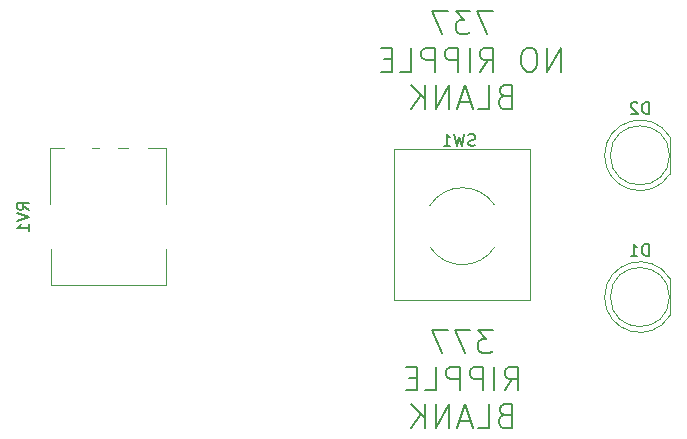
<source format=gbr>
%TF.GenerationSoftware,KiCad,Pcbnew,(5.1.10-1-10_14)*%
%TF.CreationDate,2021-06-27T12:57:11+10:00*%
%TF.ProjectId,support PCB,73757070-6f72-4742-9050-43422e6b6963,rev?*%
%TF.SameCoordinates,Original*%
%TF.FileFunction,Legend,Bot*%
%TF.FilePolarity,Positive*%
%FSLAX46Y46*%
G04 Gerber Fmt 4.6, Leading zero omitted, Abs format (unit mm)*
G04 Created by KiCad (PCBNEW (5.1.10-1-10_14)) date 2021-06-27 12:57:11*
%MOMM*%
%LPD*%
G01*
G04 APERTURE LIST*
%ADD10C,0.150000*%
%ADD11C,0.120000*%
G04 APERTURE END LIST*
D10*
X162571428Y-91754761D02*
X161238095Y-91754761D01*
X162095238Y-93754761D01*
X160666666Y-91754761D02*
X159428571Y-91754761D01*
X160095238Y-92516666D01*
X159809523Y-92516666D01*
X159619047Y-92611904D01*
X159523809Y-92707142D01*
X159428571Y-92897619D01*
X159428571Y-93373809D01*
X159523809Y-93564285D01*
X159619047Y-93659523D01*
X159809523Y-93754761D01*
X160380952Y-93754761D01*
X160571428Y-93659523D01*
X160666666Y-93564285D01*
X158761904Y-91754761D02*
X157428571Y-91754761D01*
X158285714Y-93754761D01*
X168333333Y-96904761D02*
X168333333Y-94904761D01*
X167190476Y-96904761D01*
X167190476Y-94904761D01*
X165857142Y-94904761D02*
X165476190Y-94904761D01*
X165285714Y-95000000D01*
X165095238Y-95190476D01*
X165000000Y-95571428D01*
X165000000Y-96238095D01*
X165095238Y-96619047D01*
X165285714Y-96809523D01*
X165476190Y-96904761D01*
X165857142Y-96904761D01*
X166047619Y-96809523D01*
X166238095Y-96619047D01*
X166333333Y-96238095D01*
X166333333Y-95571428D01*
X166238095Y-95190476D01*
X166047619Y-95000000D01*
X165857142Y-94904761D01*
X161476190Y-96904761D02*
X162142857Y-95952380D01*
X162619047Y-96904761D02*
X162619047Y-94904761D01*
X161857142Y-94904761D01*
X161666666Y-95000000D01*
X161571428Y-95095238D01*
X161476190Y-95285714D01*
X161476190Y-95571428D01*
X161571428Y-95761904D01*
X161666666Y-95857142D01*
X161857142Y-95952380D01*
X162619047Y-95952380D01*
X160619047Y-96904761D02*
X160619047Y-94904761D01*
X159666666Y-96904761D02*
X159666666Y-94904761D01*
X158904761Y-94904761D01*
X158714285Y-95000000D01*
X158619047Y-95095238D01*
X158523809Y-95285714D01*
X158523809Y-95571428D01*
X158619047Y-95761904D01*
X158714285Y-95857142D01*
X158904761Y-95952380D01*
X159666666Y-95952380D01*
X157666666Y-96904761D02*
X157666666Y-94904761D01*
X156904761Y-94904761D01*
X156714285Y-95000000D01*
X156619047Y-95095238D01*
X156523809Y-95285714D01*
X156523809Y-95571428D01*
X156619047Y-95761904D01*
X156714285Y-95857142D01*
X156904761Y-95952380D01*
X157666666Y-95952380D01*
X154714285Y-96904761D02*
X155666666Y-96904761D01*
X155666666Y-94904761D01*
X154047619Y-95857142D02*
X153380952Y-95857142D01*
X153095238Y-96904761D02*
X154047619Y-96904761D01*
X154047619Y-94904761D01*
X153095238Y-94904761D01*
X163571428Y-99007142D02*
X163285714Y-99102380D01*
X163190476Y-99197619D01*
X163095238Y-99388095D01*
X163095238Y-99673809D01*
X163190476Y-99864285D01*
X163285714Y-99959523D01*
X163476190Y-100054761D01*
X164238095Y-100054761D01*
X164238095Y-98054761D01*
X163571428Y-98054761D01*
X163380952Y-98150000D01*
X163285714Y-98245238D01*
X163190476Y-98435714D01*
X163190476Y-98626190D01*
X163285714Y-98816666D01*
X163380952Y-98911904D01*
X163571428Y-99007142D01*
X164238095Y-99007142D01*
X161285714Y-100054761D02*
X162238095Y-100054761D01*
X162238095Y-98054761D01*
X160714285Y-99483333D02*
X159761904Y-99483333D01*
X160904761Y-100054761D02*
X160238095Y-98054761D01*
X159571428Y-100054761D01*
X158904761Y-100054761D02*
X158904761Y-98054761D01*
X157761904Y-100054761D01*
X157761904Y-98054761D01*
X156809523Y-100054761D02*
X156809523Y-98054761D01*
X155666666Y-100054761D02*
X156523809Y-98911904D01*
X155666666Y-98054761D02*
X156809523Y-99197619D01*
X162571428Y-118754761D02*
X161333333Y-118754761D01*
X162000000Y-119516666D01*
X161714285Y-119516666D01*
X161523809Y-119611904D01*
X161428571Y-119707142D01*
X161333333Y-119897619D01*
X161333333Y-120373809D01*
X161428571Y-120564285D01*
X161523809Y-120659523D01*
X161714285Y-120754761D01*
X162285714Y-120754761D01*
X162476190Y-120659523D01*
X162571428Y-120564285D01*
X160666666Y-118754761D02*
X159333333Y-118754761D01*
X160190476Y-120754761D01*
X158761904Y-118754761D02*
X157428571Y-118754761D01*
X158285714Y-120754761D01*
X163571428Y-123904761D02*
X164238095Y-122952380D01*
X164714285Y-123904761D02*
X164714285Y-121904761D01*
X163952380Y-121904761D01*
X163761904Y-122000000D01*
X163666666Y-122095238D01*
X163571428Y-122285714D01*
X163571428Y-122571428D01*
X163666666Y-122761904D01*
X163761904Y-122857142D01*
X163952380Y-122952380D01*
X164714285Y-122952380D01*
X162714285Y-123904761D02*
X162714285Y-121904761D01*
X161761904Y-123904761D02*
X161761904Y-121904761D01*
X161000000Y-121904761D01*
X160809523Y-122000000D01*
X160714285Y-122095238D01*
X160619047Y-122285714D01*
X160619047Y-122571428D01*
X160714285Y-122761904D01*
X160809523Y-122857142D01*
X161000000Y-122952380D01*
X161761904Y-122952380D01*
X159761904Y-123904761D02*
X159761904Y-121904761D01*
X159000000Y-121904761D01*
X158809523Y-122000000D01*
X158714285Y-122095238D01*
X158619047Y-122285714D01*
X158619047Y-122571428D01*
X158714285Y-122761904D01*
X158809523Y-122857142D01*
X159000000Y-122952380D01*
X159761904Y-122952380D01*
X156809523Y-123904761D02*
X157761904Y-123904761D01*
X157761904Y-121904761D01*
X156142857Y-122857142D02*
X155476190Y-122857142D01*
X155190476Y-123904761D02*
X156142857Y-123904761D01*
X156142857Y-121904761D01*
X155190476Y-121904761D01*
X163571428Y-126007142D02*
X163285714Y-126102380D01*
X163190476Y-126197619D01*
X163095238Y-126388095D01*
X163095238Y-126673809D01*
X163190476Y-126864285D01*
X163285714Y-126959523D01*
X163476190Y-127054761D01*
X164238095Y-127054761D01*
X164238095Y-125054761D01*
X163571428Y-125054761D01*
X163380952Y-125150000D01*
X163285714Y-125245238D01*
X163190476Y-125435714D01*
X163190476Y-125626190D01*
X163285714Y-125816666D01*
X163380952Y-125911904D01*
X163571428Y-126007142D01*
X164238095Y-126007142D01*
X161285714Y-127054761D02*
X162238095Y-127054761D01*
X162238095Y-125054761D01*
X160714285Y-126483333D02*
X159761904Y-126483333D01*
X160904761Y-127054761D02*
X160238095Y-125054761D01*
X159571428Y-127054761D01*
X158904761Y-127054761D02*
X158904761Y-125054761D01*
X157761904Y-127054761D01*
X157761904Y-125054761D01*
X156809523Y-127054761D02*
X156809523Y-125054761D01*
X155666666Y-127054761D02*
X156523809Y-125911904D01*
X155666666Y-125054761D02*
X156809523Y-126197619D01*
D11*
%TO.C,SW1*%
X157287849Y-111808101D02*
G75*
G03*
X162749999Y-111749999I2712151J1808101D01*
G01*
X162712151Y-108191899D02*
G75*
G03*
X157250001Y-108250001I-2712151J-1808101D01*
G01*
X160000000Y-116250000D02*
X154250000Y-116250000D01*
X165750000Y-104750000D02*
X165750000Y-116250000D01*
X165750000Y-116250000D02*
X160000000Y-116250000D01*
X154250000Y-116250000D02*
X154250000Y-103500000D01*
X154250000Y-103500000D02*
X165750000Y-103500000D01*
X165750000Y-103500000D02*
X165750000Y-104750000D01*
%TO.C,RV1*%
X131660000Y-103380000D02*
X130830000Y-103380000D01*
X129210000Y-103380000D02*
X128680000Y-103380000D01*
X126310000Y-103380000D02*
X125130000Y-103380000D01*
X134870000Y-103380000D02*
X134870000Y-108100000D01*
X125130000Y-111910000D02*
X125130000Y-114970000D01*
X125120000Y-103380000D02*
X125120000Y-108100000D01*
X134870000Y-111910000D02*
X134870000Y-114970000D01*
X134870000Y-103380000D02*
X133380000Y-103380000D01*
X134870000Y-114970000D02*
X125130000Y-114970000D01*
%TO.C,D2*%
X172040000Y-103999538D02*
G75*
G03*
X177590000Y-105544830I2990000J-462D01*
G01*
X172040000Y-104000462D02*
G75*
G02*
X177590000Y-102455170I2990000J462D01*
G01*
X177530000Y-104000000D02*
G75*
G03*
X177530000Y-104000000I-2500000J0D01*
G01*
X177590000Y-102455000D02*
X177590000Y-105545000D01*
%TO.C,D1*%
X172040000Y-115999538D02*
G75*
G03*
X177590000Y-117544830I2990000J-462D01*
G01*
X172040000Y-116000462D02*
G75*
G02*
X177590000Y-114455170I2990000J462D01*
G01*
X177530000Y-116000000D02*
G75*
G03*
X177530000Y-116000000I-2500000J0D01*
G01*
X177590000Y-114455000D02*
X177590000Y-117545000D01*
%TO.C,SW1*%
D10*
X161083333Y-103154761D02*
X160940476Y-103202380D01*
X160702380Y-103202380D01*
X160607142Y-103154761D01*
X160559523Y-103107142D01*
X160511904Y-103011904D01*
X160511904Y-102916666D01*
X160559523Y-102821428D01*
X160607142Y-102773809D01*
X160702380Y-102726190D01*
X160892857Y-102678571D01*
X160988095Y-102630952D01*
X161035714Y-102583333D01*
X161083333Y-102488095D01*
X161083333Y-102392857D01*
X161035714Y-102297619D01*
X160988095Y-102250000D01*
X160892857Y-102202380D01*
X160654761Y-102202380D01*
X160511904Y-102250000D01*
X160178571Y-102202380D02*
X159940476Y-103202380D01*
X159750000Y-102488095D01*
X159559523Y-103202380D01*
X159321428Y-102202380D01*
X158416666Y-103202380D02*
X158988095Y-103202380D01*
X158702380Y-103202380D02*
X158702380Y-102202380D01*
X158797619Y-102345238D01*
X158892857Y-102440476D01*
X158988095Y-102488095D01*
%TO.C,RV1*%
X123312380Y-108614761D02*
X122836190Y-108281428D01*
X123312380Y-108043333D02*
X122312380Y-108043333D01*
X122312380Y-108424285D01*
X122360000Y-108519523D01*
X122407619Y-108567142D01*
X122502857Y-108614761D01*
X122645714Y-108614761D01*
X122740952Y-108567142D01*
X122788571Y-108519523D01*
X122836190Y-108424285D01*
X122836190Y-108043333D01*
X122312380Y-108900476D02*
X123312380Y-109233809D01*
X122312380Y-109567142D01*
X123312380Y-110424285D02*
X123312380Y-109852857D01*
X123312380Y-110138571D02*
X122312380Y-110138571D01*
X122455238Y-110043333D01*
X122550476Y-109948095D01*
X122598095Y-109852857D01*
%TO.C,D2*%
X175768095Y-100492380D02*
X175768095Y-99492380D01*
X175530000Y-99492380D01*
X175387142Y-99540000D01*
X175291904Y-99635238D01*
X175244285Y-99730476D01*
X175196666Y-99920952D01*
X175196666Y-100063809D01*
X175244285Y-100254285D01*
X175291904Y-100349523D01*
X175387142Y-100444761D01*
X175530000Y-100492380D01*
X175768095Y-100492380D01*
X174815714Y-99587619D02*
X174768095Y-99540000D01*
X174672857Y-99492380D01*
X174434761Y-99492380D01*
X174339523Y-99540000D01*
X174291904Y-99587619D01*
X174244285Y-99682857D01*
X174244285Y-99778095D01*
X174291904Y-99920952D01*
X174863333Y-100492380D01*
X174244285Y-100492380D01*
%TO.C,D1*%
X175768095Y-112492380D02*
X175768095Y-111492380D01*
X175530000Y-111492380D01*
X175387142Y-111540000D01*
X175291904Y-111635238D01*
X175244285Y-111730476D01*
X175196666Y-111920952D01*
X175196666Y-112063809D01*
X175244285Y-112254285D01*
X175291904Y-112349523D01*
X175387142Y-112444761D01*
X175530000Y-112492380D01*
X175768095Y-112492380D01*
X174244285Y-112492380D02*
X174815714Y-112492380D01*
X174530000Y-112492380D02*
X174530000Y-111492380D01*
X174625238Y-111635238D01*
X174720476Y-111730476D01*
X174815714Y-111778095D01*
%TD*%
M02*

</source>
